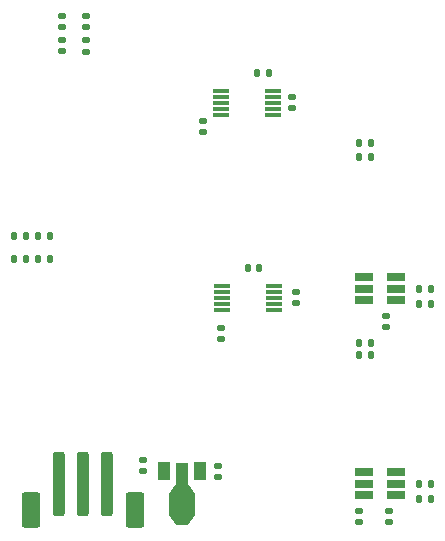
<source format=gbp>
G04 #@! TF.GenerationSoftware,KiCad,Pcbnew,(6.0.6)*
G04 #@! TF.CreationDate,2022-09-05T23:03:05+09:00*
G04 #@! TF.ProjectId,RP_MD,52505f4d-442e-46b6-9963-61645f706362,rev?*
G04 #@! TF.SameCoordinates,Original*
G04 #@! TF.FileFunction,Paste,Bot*
G04 #@! TF.FilePolarity,Positive*
%FSLAX46Y46*%
G04 Gerber Fmt 4.6, Leading zero omitted, Abs format (unit mm)*
G04 Created by KiCad (PCBNEW (6.0.6)) date 2022-09-05 23:03:05*
%MOMM*%
%LPD*%
G01*
G04 APERTURE LIST*
G04 Aperture macros list*
%AMRoundRect*
0 Rectangle with rounded corners*
0 $1 Rounding radius*
0 $2 $3 $4 $5 $6 $7 $8 $9 X,Y pos of 4 corners*
0 Add a 4 corners polygon primitive as box body*
4,1,4,$2,$3,$4,$5,$6,$7,$8,$9,$2,$3,0*
0 Add four circle primitives for the rounded corners*
1,1,$1+$1,$2,$3*
1,1,$1+$1,$4,$5*
1,1,$1+$1,$6,$7*
1,1,$1+$1,$8,$9*
0 Add four rect primitives between the rounded corners*
20,1,$1+$1,$2,$3,$4,$5,0*
20,1,$1+$1,$4,$5,$6,$7,0*
20,1,$1+$1,$6,$7,$8,$9,0*
20,1,$1+$1,$8,$9,$2,$3,0*%
%AMOutline4P*
0 Free polygon, 4 corners , with rotation*
0 The origin of the aperture is its center*
0 number of corners: always 4*
0 $1 to $8 corner X, Y*
0 $9 Rotation angle, in degrees counterclockwise*
0 create outline with 4 corners*
4,1,4,$1,$2,$3,$4,$5,$6,$7,$8,$1,$2,$9*%
G04 Aperture macros list end*
%ADD10RoundRect,0.147500X0.172500X-0.147500X0.172500X0.147500X-0.172500X0.147500X-0.172500X-0.147500X0*%
%ADD11RoundRect,0.147500X-0.147500X-0.172500X0.147500X-0.172500X0.147500X0.172500X-0.147500X0.172500X0*%
%ADD12RoundRect,0.147500X-0.172500X0.147500X-0.172500X-0.147500X0.172500X-0.147500X0.172500X0.147500X0*%
%ADD13RoundRect,0.147500X0.147500X0.172500X-0.147500X0.172500X-0.147500X-0.172500X0.147500X-0.172500X0*%
%ADD14R,1.560000X0.650000*%
%ADD15R,1.400000X0.300000*%
%ADD16RoundRect,0.250000X-0.250000X-2.500000X0.250000X-2.500000X0.250000X2.500000X-0.250000X2.500000X0*%
%ADD17RoundRect,0.250000X-0.550000X-1.250000X0.550000X-1.250000X0.550000X1.250000X-0.550000X1.250000X0*%
%ADD18R,1.000000X1.500000*%
%ADD19R,2.200000X1.840000*%
%ADD20R,1.000000X1.800000*%
%ADD21Outline4P,-0.500000X-0.425000X0.500000X-0.425000X1.100000X0.425000X-1.100000X0.425000X0.000000*%
%ADD22Outline4P,-0.400000X-0.500000X0.400000X-0.500000X1.100000X0.500000X-1.100000X0.500000X180.000000*%
G04 APERTURE END LIST*
D10*
X137287000Y-63477000D03*
X137287000Y-62507000D03*
D11*
X133579000Y-77010000D03*
X134549000Y-77010000D03*
D10*
X137668000Y-79987000D03*
X137668000Y-79017000D03*
D12*
X129794000Y-64539000D03*
X129794000Y-65509000D03*
D13*
X143995000Y-67564000D03*
X143025000Y-67564000D03*
D12*
X131318000Y-82065000D03*
X131318000Y-83035000D03*
D13*
X143995000Y-83312000D03*
X143025000Y-83312000D03*
D11*
X148105000Y-78740000D03*
X149075000Y-78740000D03*
D13*
X149075000Y-96520000D03*
X148105000Y-96520000D03*
D11*
X148105000Y-95250000D03*
X149075000Y-95250000D03*
D14*
X143430000Y-79690000D03*
X143430000Y-78740000D03*
X143430000Y-77790000D03*
X146130000Y-77790000D03*
X146130000Y-78740000D03*
X146130000Y-79690000D03*
X143430000Y-96200000D03*
X143430000Y-95250000D03*
X143430000Y-94300000D03*
X146130000Y-94300000D03*
X146130000Y-95250000D03*
X146130000Y-96200000D03*
D13*
X143972000Y-66421000D03*
X143002000Y-66421000D03*
X149075000Y-80010000D03*
X148105000Y-80010000D03*
X114762000Y-76200000D03*
X113792000Y-76200000D03*
X114785000Y-74240000D03*
X113815000Y-74240000D03*
D11*
X115847000Y-76200000D03*
X116817000Y-76200000D03*
X115847000Y-74240000D03*
X116817000Y-74240000D03*
D12*
X119888000Y-57704000D03*
X119888000Y-58674000D03*
D10*
X119888000Y-56619000D03*
X119888000Y-55649000D03*
D15*
X135804000Y-78502000D03*
X135804000Y-79002000D03*
X135804000Y-79502000D03*
X135804000Y-80002000D03*
X135804000Y-80502000D03*
X131404000Y-80502000D03*
X131404000Y-80002000D03*
X131404000Y-79502000D03*
X131404000Y-79002000D03*
X131404000Y-78502000D03*
D13*
X143995000Y-84328000D03*
X143025000Y-84328000D03*
D10*
X117856000Y-56619000D03*
X117856000Y-55649000D03*
D12*
X131064000Y-93749000D03*
X131064000Y-94719000D03*
X124714000Y-93241000D03*
X124714000Y-94211000D03*
D11*
X134389000Y-60452000D03*
X135359000Y-60452000D03*
D15*
X135677000Y-61992000D03*
X135677000Y-62492000D03*
X135677000Y-62992000D03*
X135677000Y-63492000D03*
X135677000Y-63992000D03*
X131277000Y-63992000D03*
X131277000Y-63492000D03*
X131277000Y-62992000D03*
X131277000Y-62492000D03*
X131277000Y-61992000D03*
D12*
X117856000Y-57681000D03*
X117856000Y-58651000D03*
D10*
X143002000Y-98529000D03*
X143002000Y-97559000D03*
X145542000Y-98529000D03*
X145542000Y-97559000D03*
D16*
X117634000Y-95258000D03*
X119634000Y-95258000D03*
X121634000Y-95258000D03*
D17*
X115234000Y-97508000D03*
X124034000Y-97508000D03*
D10*
X145288000Y-82019000D03*
X145288000Y-81049000D03*
D18*
X126516000Y-94214500D03*
D19*
X128016000Y-97028000D03*
D20*
X128016000Y-94361000D03*
D21*
X128016000Y-98361500D03*
D22*
X128016000Y-95618300D03*
D18*
X129516000Y-94214500D03*
M02*

</source>
